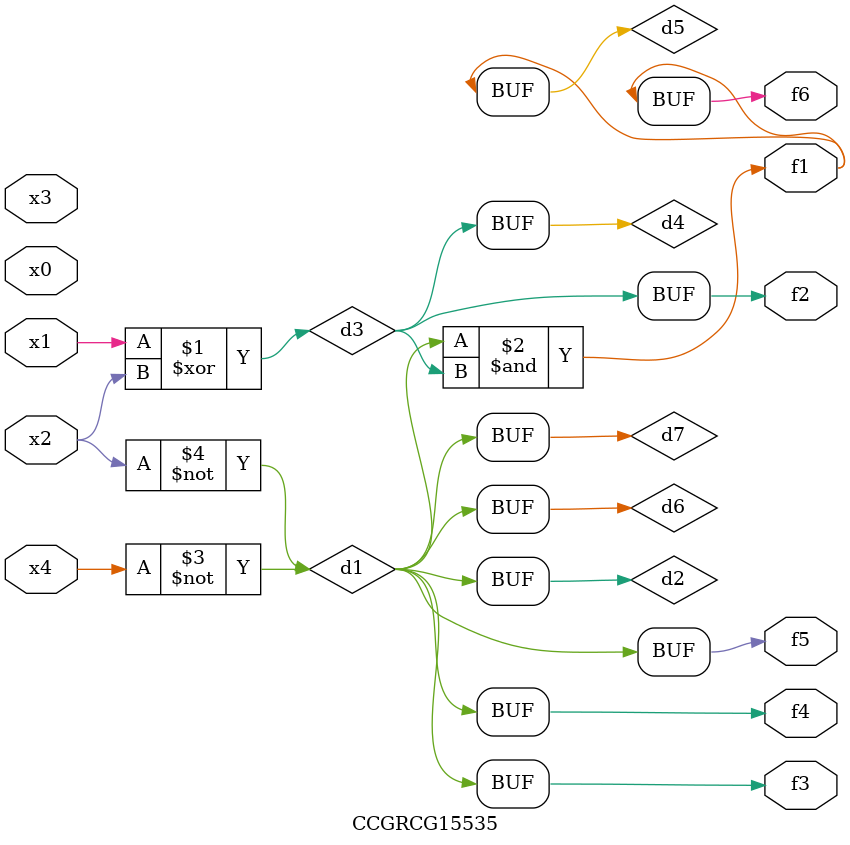
<source format=v>
module CCGRCG15535(
	input x0, x1, x2, x3, x4,
	output f1, f2, f3, f4, f5, f6
);

	wire d1, d2, d3, d4, d5, d6, d7;

	not (d1, x4);
	not (d2, x2);
	xor (d3, x1, x2);
	buf (d4, d3);
	and (d5, d1, d3);
	buf (d6, d1, d2);
	buf (d7, d2);
	assign f1 = d5;
	assign f2 = d4;
	assign f3 = d7;
	assign f4 = d7;
	assign f5 = d7;
	assign f6 = d5;
endmodule

</source>
